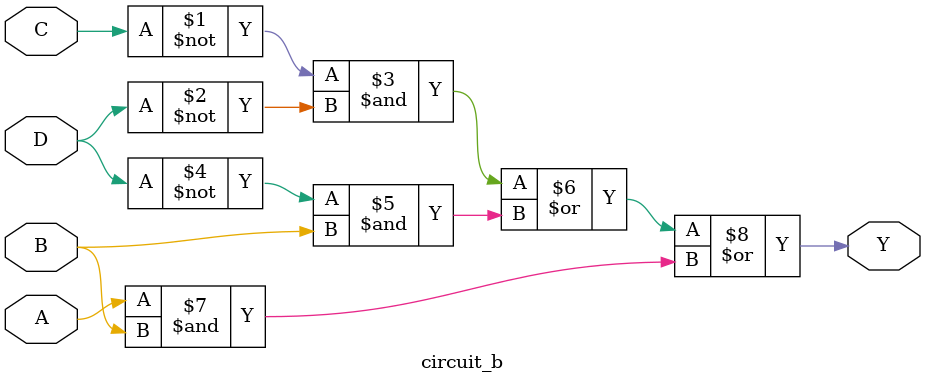
<source format=v>
module circuit_b(
    // Declare inputs
    input A,B,C,D,
    // Declare Y output
    output Y
);

    // Enter logic equation here
    assign Y = ((~C & ~D) | (~D & B) | (A & B));

endmodule

</source>
